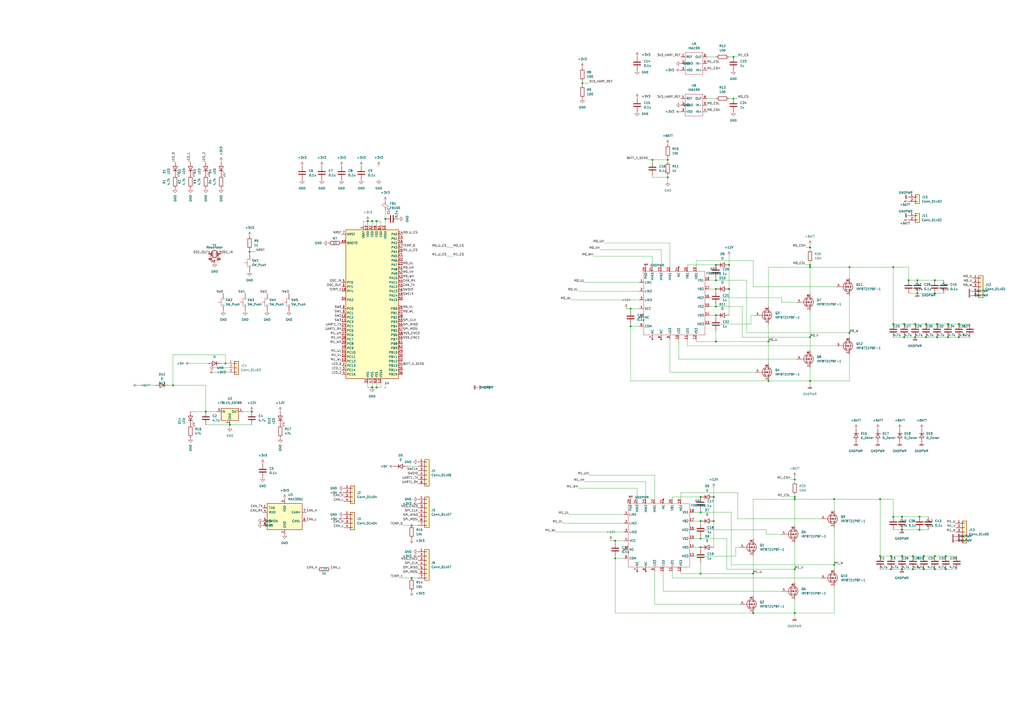
<source format=kicad_sch>
(kicad_sch (version 20211123) (generator eeschema)
  (paper "A2")
  (junction (at 510.54 322.58))
  (junction (at 365.76 179.07))
  (junction (at 542.29 322.58))
  (junction (at 238.76 335.28))
  (junction (at 523.24 299.72))
  (junction (at 337.82 48.26))
  (junction (at 387.35 102.87))
  (junction (at 215.9 224.79))
  (junction (at 532.13 170.18))
  (junction (at 516.89 330.2))
  (junction (at 542.29 330.2))
  (junction (at 387.35 92.71))
  (junction (at 542.29 162.56))
  (junction (at 238.76 304.8))
  (junction (at 518.16 299.72))
  (junction (at 415.29 167.64))
  (junction (at 406.4 312.42))
  (junction (at 537.21 187.96))
  (junction (at 530.86 187.96))
  (junction (at 518.16 154.94))
  (junction (at 436.88 332.74))
  (junction (at 461.01 289.56))
  (junction (at 130.81 210.82))
  (junction (at 218.44 224.79))
  (junction (at 469.9 220.98))
  (junction (at 223.52 127))
  (junction (at 415.29 177.8))
  (junction (at 414.02 288.29))
  (junction (at 445.77 198.12))
  (junction (at 415.29 162.56))
  (junction (at 516.89 322.58))
  (junction (at 527.05 162.56))
  (junction (at 100.33 223.52))
  (junction (at 543.56 195.58))
  (junction (at 524.51 187.96))
  (junction (at 461.01 278.13))
  (junction (at 548.64 322.58))
  (junction (at 549.91 187.96))
  (junction (at 529.59 330.2))
  (junction (at 535.94 330.2))
  (junction (at 436.88 355.6))
  (junction (at 406.4 288.29))
  (junction (at 469.9 154.94))
  (junction (at 543.56 187.96))
  (junction (at 532.13 162.56))
  (junction (at 492.76 193.04))
  (junction (at 215.9 128.27))
  (junction (at 549.91 195.58))
  (junction (at 523.24 307.34))
  (junction (at 533.4 307.34))
  (junction (at 422.91 153.67))
  (junction (at 548.64 330.2))
  (junction (at 529.59 322.58))
  (junction (at 356.87 323.85))
  (junction (at 537.21 195.58))
  (junction (at 469.9 195.58))
  (junction (at 133.35 246.38))
  (junction (at 406.4 317.5))
  (junction (at 533.4 299.72))
  (junction (at 461.01 355.6))
  (junction (at 378.46 92.71))
  (junction (at 146.05 238.76))
  (junction (at 445.77 220.98))
  (junction (at 530.86 195.58))
  (junction (at 213.36 128.27))
  (junction (at 469.9 143.51))
  (junction (at 461.01 288.29))
  (junction (at 218.44 128.27))
  (junction (at 535.94 322.58))
  (junction (at 492.76 154.94))
  (junction (at 422.91 167.64))
  (junction (at 556.26 187.96))
  (junction (at 542.29 170.18))
  (junction (at 406.4 302.26))
  (junction (at 510.54 289.56))
  (junction (at 523.24 330.2))
  (junction (at 406.4 297.18))
  (junction (at 415.29 198.12))
  (junction (at 406.4 332.74))
  (junction (at 469.9 153.67))
  (junction (at 356.87 313.69))
  (junction (at 425.45 33.02))
  (junction (at 414.02 302.26))
  (junction (at 425.45 57.15))
  (junction (at 144.78 146.05))
  (junction (at 415.29 153.67))
  (junction (at 523.24 322.58))
  (junction (at 415.29 182.88))
  (junction (at 556.26 195.58))
  (junction (at 461.01 330.2))
  (junction (at 365.76 189.23))
  (junction (at 483.87 289.56))
  (junction (at 483.87 327.66))
  (junction (at 518.16 187.96))
  (junction (at 524.51 195.58))
  (junction (at 119.38 238.76))
  (wire (pts (xy 548.64 322.58) (xy 554.99 322.58)))
  (wire (pts (xy 402.59 307.34) (xy 444.5 307.34)))
  (wire (pts (xy 518.16 187.96) (xy 524.51 187.96)))
  (wire (pts (xy 532.13 170.18) (xy 542.29 170.18)))
  (wire (pts (xy 469.9 142.24) (xy 469.9 143.51)))
  (wire (pts (xy 218.44 128.27) (xy 220.98 128.27)))
  (wire (pts (xy 492.76 220.98) (xy 492.76 205.74)))
  (wire (pts (xy 461.01 330.2) (xy 461.01 337.82)))
  (wire (pts (xy 393.7 208.28) (xy 462.28 208.28)))
  (wire (pts (xy 476.25 300.99) (xy 427.99 300.99)))
  (wire (pts (xy 133.35 246.38) (xy 133.35 247.65)))
  (wire (pts (xy 469.9 154.94) (xy 492.76 154.94)))
  (wire (pts (xy 410.21 33.02) (xy 415.29 33.02)))
  (wire (pts (xy 110.49 210.82) (xy 120.65 210.82)))
  (wire (pts (xy 421.64 312.42) (xy 421.64 330.2)))
  (wire (pts (xy 469.9 220.98) (xy 492.76 220.98)))
  (wire (pts (xy 379.73 331.47) (xy 379.73 350.52)))
  (wire (pts (xy 549.91 195.58) (xy 556.26 195.58)))
  (wire (pts (xy 411.48 187.96) (xy 435.61 187.96)))
  (wire (pts (xy 379.73 289.56) (xy 379.73 275.59)))
  (wire (pts (xy 469.9 143.51) (xy 469.9 144.78)))
  (wire (pts (xy 406.4 288.29) (xy 389.89 288.29)))
  (wire (pts (xy 411.48 162.56) (xy 415.29 162.56)))
  (wire (pts (xy 461.01 276.86) (xy 461.01 278.13)))
  (wire (pts (xy 80.01 223.52) (xy 90.17 223.52)))
  (wire (pts (xy 210.82 130.81) (xy 210.82 128.27)))
  (wire (pts (xy 436.88 151.13) (xy 403.86 151.13)))
  (wire (pts (xy 406.4 295.91) (xy 406.4 297.18)))
  (wire (pts (xy 223.52 127) (xy 223.52 130.81)))
  (wire (pts (xy 406.4 332.74) (xy 436.88 332.74)))
  (wire (pts (xy 510.54 330.2) (xy 516.89 330.2)))
  (wire (pts (xy 97.79 223.52) (xy 100.33 223.52)))
  (wire (pts (xy 144.78 146.05) (xy 148.59 146.05)))
  (wire (pts (xy 527.05 170.18) (xy 532.13 170.18)))
  (wire (pts (xy 445.77 220.98) (xy 469.9 220.98)))
  (wire (pts (xy 510.54 322.58) (xy 510.54 289.56)))
  (wire (pts (xy 370.84 168.91) (xy 335.28 168.91)))
  (wire (pts (xy 425.45 57.15) (xy 427.99 57.15)))
  (wire (pts (xy 133.35 246.38) (xy 146.05 246.38)))
  (wire (pts (xy 370.84 179.07) (xy 365.76 179.07)))
  (wire (pts (xy 427.99 300.99) (xy 427.99 285.75)))
  (wire (pts (xy 433.07 193.04) (xy 492.76 193.04)))
  (wire (pts (xy 414.02 302.26) (xy 414.02 317.5)))
  (wire (pts (xy 415.29 153.67) (xy 398.78 153.67)))
  (wire (pts (xy 461.01 287.02) (xy 461.01 288.29)))
  (wire (pts (xy 344.17 148.59) (xy 378.46 148.59)))
  (wire (pts (xy 406.4 302.26) (xy 406.4 303.53)))
  (wire (pts (xy 415.29 162.56) (xy 433.07 162.56)))
  (wire (pts (xy 140.97 238.76) (xy 146.05 238.76)))
  (wire (pts (xy 430.53 195.58) (xy 469.9 195.58)))
  (wire (pts (xy 406.4 297.18) (xy 424.18 297.18)))
  (wire (pts (xy 527.05 162.56) (xy 532.13 162.56)))
  (wire (pts (xy 387.35 91.44) (xy 387.35 92.71)))
  (wire (pts (xy 516.89 322.58) (xy 510.54 322.58)))
  (wire (pts (xy 398.78 153.67) (xy 398.78 154.94)))
  (wire (pts (xy 406.4 311.15) (xy 406.4 312.42)))
  (wire (pts (xy 119.38 238.76) (xy 125.73 238.76)))
  (wire (pts (xy 354.33 313.69) (xy 356.87 313.69)))
  (wire (pts (xy 436.88 166.37) (xy 436.88 151.13)))
  (wire (pts (xy 378.46 101.6) (xy 378.46 102.87)))
  (wire (pts (xy 469.9 153.67) (xy 469.9 154.94)))
  (wire (pts (xy 445.77 154.94) (xy 469.9 154.94)))
  (wire (pts (xy 128.27 210.82) (xy 130.81 210.82)))
  (wire (pts (xy 130.81 205.74) (xy 100.33 205.74)))
  (wire (pts (xy 215.9 128.27) (xy 215.9 130.81)))
  (wire (pts (xy 518.16 195.58) (xy 524.51 195.58)))
  (wire (pts (xy 361.95 313.69) (xy 356.87 313.69)))
  (wire (pts (xy 453.39 172.72) (xy 453.39 175.26)))
  (wire (pts (xy 356.87 322.58) (xy 356.87 323.85)))
  (wire (pts (xy 406.4 326.39) (xy 406.4 332.74)))
  (wire (pts (xy 436.88 322.58) (xy 436.88 332.74)))
  (wire (pts (xy 124.46 213.36) (xy 132.08 213.36)))
  (wire (pts (xy 518.16 307.34) (xy 523.24 307.34)))
  (wire (pts (xy 356.87 313.69) (xy 356.87 314.96)))
  (wire (pts (xy 259.08 148.59) (xy 262.89 148.59)))
  (wire (pts (xy 215.9 128.27) (xy 218.44 128.27)))
  (wire (pts (xy 410.21 57.15) (xy 415.29 57.15)))
  (wire (pts (xy 411.48 177.8) (xy 415.29 177.8)))
  (wire (pts (xy 422.91 148.59) (xy 422.91 153.67)))
  (wire (pts (xy 467.36 153.67) (xy 469.9 153.67)))
  (wire (pts (xy 533.4 299.72) (xy 538.48 299.72)))
  (wire (pts (xy 445.77 187.96) (xy 445.77 198.12)))
  (wire (pts (xy 523.24 322.58) (xy 516.89 322.58)))
  (wire (pts (xy 361.95 303.53) (xy 326.39 303.53)))
  (wire (pts (xy 403.86 196.85) (xy 403.86 198.12)))
  (wire (pts (xy 403.86 151.13) (xy 403.86 154.94)))
  (wire (pts (xy 414.02 288.29) (xy 414.02 302.26)))
  (wire (pts (xy 445.77 198.12) (xy 445.77 210.82)))
  (wire (pts (xy 356.87 355.6) (xy 356.87 323.85)))
  (wire (pts (xy 542.29 162.56) (xy 547.37 162.56)))
  (wire (pts (xy 259.08 143.51) (xy 262.89 143.51)))
  (wire (pts (xy 518.16 299.72) (xy 523.24 299.72)))
  (wire (pts (xy 518.16 154.94) (xy 527.05 154.94)))
  (wire (pts (xy 415.29 191.77) (xy 415.29 198.12)))
  (wire (pts (xy 425.45 33.02) (xy 427.99 33.02)))
  (wire (pts (xy 406.4 312.42) (xy 421.64 312.42)))
  (wire (pts (xy 402.59 302.26) (xy 406.4 302.26)))
  (wire (pts (xy 337.82 48.26) (xy 337.82 49.53)))
  (wire (pts (xy 530.86 195.58) (xy 537.21 195.58)))
  (wire (pts (xy 335.28 283.21) (xy 369.57 283.21)))
  (wire (pts (xy 213.36 128.27) (xy 215.9 128.27)))
  (wire (pts (xy 406.4 317.5) (xy 406.4 318.77)))
  (wire (pts (xy 233.68 335.28) (xy 238.76 335.28)))
  (wire (pts (xy 533.4 307.34) (xy 538.48 307.34)))
  (wire (pts (xy 444.5 309.88) (xy 453.39 309.88)))
  (wire (pts (xy 518.16 154.94) (xy 518.16 187.96)))
  (wire (pts (xy 424.18 327.66) (xy 483.87 327.66)))
  (wire (pts (xy 215.9 222.25) (xy 215.9 224.79)))
  (wire (pts (xy 218.44 224.79) (xy 220.98 224.79)))
  (wire (pts (xy 461.01 355.6) (xy 461.01 358.14)))
  (wire (pts (xy 415.29 182.88) (xy 415.29 184.15)))
  (wire (pts (xy 424.18 297.18) (xy 424.18 327.66)))
  (wire (pts (xy 374.65 289.56) (xy 374.65 279.4)))
  (wire (pts (xy 492.76 154.94) (xy 518.16 154.94)))
  (wire (pts (xy 542.29 170.18) (xy 547.37 170.18)))
  (wire (pts (xy 469.9 154.94) (xy 469.9 170.18)))
  (wire (pts (xy 422.91 57.15) (xy 425.45 57.15)))
  (wire (pts (xy 518.16 289.56) (xy 510.54 289.56)))
  (wire (pts (xy 444.5 307.34) (xy 444.5 309.88)))
  (wire (pts (xy 363.22 179.07) (xy 365.76 179.07)))
  (wire (pts (xy 378.46 92.71) (xy 387.35 92.71)))
  (wire (pts (xy 415.29 198.12) (xy 445.77 198.12)))
  (wire (pts (xy 543.56 195.58) (xy 549.91 195.58)))
  (wire (pts (xy 426.72 317.5) (xy 429.26 317.5)))
  (wire (pts (xy 411.48 167.64) (xy 415.29 167.64)))
  (wire (pts (xy 532.13 162.56) (xy 542.29 162.56)))
  (wire (pts (xy 213.36 222.25) (xy 213.36 224.79)))
  (wire (pts (xy 130.81 210.82) (xy 132.08 210.82)))
  (wire (pts (xy 238.76 335.28) (xy 242.57 335.28)))
  (wire (pts (xy 435.61 187.96) (xy 435.61 182.88)))
  (wire (pts (xy 124.46 215.9) (xy 132.08 215.9)))
  (wire (pts (xy 347.98 144.78) (xy 383.54 144.78)))
  (wire (pts (xy 369.57 289.56) (xy 369.57 283.21)))
  (wire (pts (xy 388.62 154.94) (xy 388.62 140.97)))
  (wire (pts (xy 388.62 215.9) (xy 438.15 215.9)))
  (wire (pts (xy 394.97 331.47) (xy 394.97 332.74)))
  (wire (pts (xy 415.29 167.64) (xy 415.29 168.91)))
  (wire (pts (xy 535.94 330.2) (xy 542.29 330.2)))
  (wire (pts (xy 414.02 283.21) (xy 414.02 288.29)))
  (wire (pts (xy 337.82 48.26) (xy 341.63 48.26)))
  (wire (pts (xy 537.21 195.58) (xy 543.56 195.58)))
  (wire (pts (xy 411.48 182.88) (xy 415.29 182.88)))
  (wire (pts (xy 421.64 330.2) (xy 461.01 330.2)))
  (wire (pts (xy 403.86 198.12) (xy 415.29 198.12)))
  (wire (pts (xy 530.86 187.96) (xy 537.21 187.96)))
  (wire (pts (xy 436.88 312.42) (xy 436.88 289.56)))
  (wire (pts (xy 529.59 322.58) (xy 535.94 322.58)))
  (wire (pts (xy 461.01 355.6) (xy 483.87 355.6)))
  (wire (pts (xy 337.82 46.99) (xy 337.82 48.26)))
  (wire (pts (xy 445.77 220.98) (xy 365.76 220.98)))
  (wire (pts (xy 375.92 92.71) (xy 378.46 92.71)))
  (wire (pts (xy 361.95 298.45) (xy 330.2 298.45)))
  (wire (pts (xy 422.91 167.64) (xy 422.91 182.88)))
  (wire (pts (xy 426.72 322.58) (xy 426.72 317.5)))
  (wire (pts (xy 469.9 213.36) (xy 469.9 220.98)))
  (wire (pts (xy 548.64 330.2) (xy 554.99 330.2)))
  (wire (pts (xy 461.01 278.13) (xy 461.01 279.4)))
  (wire (pts (xy 469.9 195.58) (xy 469.9 203.2)))
  (wire (pts (xy 223.52 121.92) (xy 223.52 127)))
  (wire (pts (xy 529.59 330.2) (xy 535.94 330.2)))
  (wire (pts (xy 388.62 196.85) (xy 388.62 215.9)))
  (wire (pts (xy 523.24 299.72) (xy 533.4 299.72)))
  (wire (pts (xy 384.81 331.47) (xy 384.81 342.9)))
  (wire (pts (xy 220.98 224.79) (xy 220.98 222.25)))
  (wire (pts (xy 483.87 306.07) (xy 483.87 327.66)))
  (wire (pts (xy 365.76 187.96) (xy 365.76 189.23)))
  (wire (pts (xy 427.99 285.75) (xy 394.97 285.75)))
  (wire (pts (xy 422.91 33.02) (xy 425.45 33.02)))
  (wire (pts (xy 461.01 347.98) (xy 461.01 355.6)))
  (wire (pts (xy 436.88 355.6) (xy 356.87 355.6)))
  (wire (pts (xy 100.33 205.74) (xy 100.33 223.52)))
  (wire (pts (xy 461.01 314.96) (xy 461.01 330.2)))
  (wire (pts (xy 119.38 246.38) (xy 133.35 246.38)))
  (wire (pts (xy 529.59 322.58) (xy 523.24 322.58)))
  (wire (pts (xy 549.91 187.96) (xy 556.26 187.96)))
  (wire (pts (xy 483.87 289.56) (xy 483.87 295.91)))
  (wire (pts (xy 483.87 355.6) (xy 483.87 340.36)))
  (wire (pts (xy 389.89 288.29) (xy 389.89 289.56)))
  (wire (pts (xy 144.78 146.05) (xy 144.78 147.32)))
  (wire (pts (xy 402.59 297.18) (xy 406.4 297.18)))
  (wire (pts (xy 402.59 322.58) (xy 426.72 322.58)))
  (wire (pts (xy 469.9 152.4) (xy 469.9 153.67)))
  (wire (pts (xy 492.76 193.04) (xy 492.76 195.58)))
  (wire (pts (xy 389.89 331.47) (xy 389.89 335.28)))
  (wire (pts (xy 469.9 220.98) (xy 469.9 223.52)))
  (wire (pts (xy 527.05 154.94) (xy 527.05 162.56)))
  (wire (pts (xy 485.14 166.37) (xy 436.88 166.37)))
  (wire (pts (xy 213.36 224.79) (xy 215.9 224.79)))
  (wire (pts (xy 542.29 322.58) (xy 548.64 322.58)))
  (wire (pts (xy 436.88 355.6) (xy 461.01 355.6)))
  (wire (pts (xy 542.29 330.2) (xy 548.64 330.2)))
  (wire (pts (xy 524.51 195.58) (xy 530.86 195.58)))
  (wire (pts (xy 210.82 128.27) (xy 213.36 128.27)))
  (wire (pts (xy 387.35 92.71) (xy 387.35 93.98)))
  (wire (pts (xy 365.76 189.23) (xy 370.84 189.23)))
  (wire (pts (xy 218.44 222.25) (xy 218.44 224.79)))
  (wire (pts (xy 365.76 220.98) (xy 365.76 189.23)))
  (wire (pts (xy 411.48 172.72) (xy 453.39 172.72)))
  (wire (pts (xy 543.56 187.96) (xy 549.91 187.96)))
  (wire (pts (xy 144.78 144.78) (xy 144.78 146.05)))
  (wire (pts (xy 119.38 238.76) (xy 119.38 223.52)))
  (wire (pts (xy 387.35 102.87) (xy 387.35 101.6)))
  (wire (pts (xy 236.22 270.51) (xy 242.57 270.51)))
  (wire (pts (xy 341.63 275.59) (xy 379.73 275.59)))
  (wire (pts (xy 398.78 200.66) (xy 485.14 200.66)))
  (wire (pts (xy 523.24 307.34) (xy 533.4 307.34)))
  (wire (pts (xy 378.46 102.87) (xy 387.35 102.87)))
  (wire (pts (xy 469.9 180.34) (xy 469.9 195.58)))
  (wire (pts (xy 402.59 317.5) (xy 406.4 317.5)))
  (wire (pts (xy 379.73 350.52) (xy 429.26 350.52)))
  (wire (pts (xy 430.53 177.8) (xy 430.53 195.58)))
  (wire (pts (xy 461.01 289.56) (xy 461.01 304.8)))
  (wire (pts (xy 483.87 327.66) (xy 483.87 330.2)))
  (wire (pts (xy 433.07 162.56) (xy 433.07 193.04)))
  (wire (pts (xy 233.68 304.8) (xy 238.76 304.8)))
  (wire (pts (xy 422.91 153.67) (xy 422.91 167.64)))
  (wire (pts (xy 461.01 289.56) (xy 483.87 289.56)))
  (wire (pts (xy 387.35 102.87) (xy 387.35 105.41)))
  (wire (pts (xy 370.84 163.83) (xy 339.09 163.83)))
  (wire (pts (xy 370.84 173.99) (xy 331.47 173.99)))
  (wire (pts (xy 492.76 171.45) (xy 492.76 193.04)))
  (wire (pts (xy 100.33 223.52) (xy 119.38 223.52)))
  (wire (pts (xy 213.36 128.27) (xy 213.36 130.81)))
  (wire (pts (xy 556.26 195.58) (xy 562.61 195.58)))
  (wire (pts (xy 524.51 187.96) (xy 530.86 187.96)))
  (wire (pts (xy 467.36 143.51) (xy 469.9 143.51)))
  (wire (pts (xy 110.49 238.76) (xy 119.38 238.76)))
  (wire (pts (xy 378.46 93.98) (xy 378.46 92.71)))
  (wire (pts (xy 389.89 335.28) (xy 476.25 335.28)))
  (wire (pts (xy 365.76 179.07) (xy 365.76 180.34)))
  (wire (pts (xy 535.94 322.58) (xy 542.29 322.58)))
  (wire (pts (xy 435.61 182.88) (xy 438.15 182.88)))
  (wire (pts (xy 218.44 128.27) (xy 218.44 130.81)))
  (wire (pts (xy 415.29 177.8) (xy 430.53 177.8)))
  (wire (pts (xy 356.87 323.85) (xy 361.95 323.85)))
  (wire (pts (xy 394.97 285.75) (xy 394.97 289.56)))
  (wire (pts (xy 220.98 128.27) (xy 220.98 130.81)))
  (wire (pts (xy 350.52 140.97) (xy 388.62 140.97)))
  (wire (pts (xy 215.9 224.79) (xy 218.44 224.79)))
  (wire (pts (xy 461.01 288.29) (xy 461.01 289.56)))
  (wire (pts (xy 415.29 176.53) (xy 415.29 177.8)))
  (wire (pts (xy 537.21 187.96) (xy 543.56 187.96)))
  (wire (pts (xy 518.16 299.72) (xy 518.16 289.56)))
  (wire (pts (xy 339.09 279.4) (xy 374.65 279.4)))
  (wire (pts (xy 436.88 332.74) (xy 436.88 345.44)))
  (wire (pts (xy 453.39 175.26) (xy 462.28 175.26)))
  (wire (pts (xy 394.97 332.74) (xy 406.4 332.74)))
  (wire (pts (xy 361.95 308.61) (xy 322.58 308.61)))
  (wire (pts (xy 458.47 278.13) (xy 461.01 278.13)))
  (wire (pts (xy 516.89 330.2) (xy 523.24 330.2)))
  (wire (pts (xy 378.46 154.94) (xy 378.46 148.59)))
  (wire (pts (xy 445.77 177.8) (xy 445.77 154.94)))
  (wire (pts (xy 130.81 205.74) (xy 130.81 210.82)))
  (wire (pts (xy 402.59 312.42) (xy 406.4 312.42)))
  (wire (pts (xy 393.7 196.85) (xy 393.7 208.28)))
  (wire (pts (xy 436.88 289.56) (xy 461.01 289.56)))
  (wire (pts (xy 384.81 342.9) (xy 453.39 342.9)))
  (wire (pts (xy 415.29 161.29) (xy 415.29 162.56)))
  (wire (pts (xy 523.24 330.2) (xy 529.59 330.2)))
  (wire (pts (xy 238.76 304.8) (xy 242.57 304.8)))
  (wire (pts (xy 398.78 196.85) (xy 398.78 200.66)))
  (wire (pts (xy 458.47 288.29) (xy 461.01 288.29)))
  (wire (pts (xy 556.26 187.96) (xy 562.61 187.96)))
  (wire (pts (xy 383.54 154.94) (xy 383.54 144.78)))
  (wire (pts (xy 492.76 154.94) (xy 492.76 161.29)))
  (wire (pts (xy 483.87 289.56) (xy 510.54 289.56)))
  (label "M1_UH" (at 341.63 275.59 180))
  (label "3V3_HARF_REF" (at 394.97 33.02 180))
  (label "M1_W" (at 483.87 327.66 0))
  (label "SWCLK" (at 242.57 273.05 180))
  (label "NSS_ENC0" (at 233.68 194.31 0))
  (label "SW2" (at 198.12 184.15 180))
  (label "SWDIO" (at 233.68 168.91 0))
  (label "M0_VL" (at 335.28 168.91 180))
  (label "LED_2" (at 119.38 93.98 90))
  (label "M0_WL" (at 233.68 181.61 0))
  (label "CAN_TX" (at 233.68 166.37 0))
  (label "M1_U" (at 436.88 332.74 0))
  (label "SPI_MOSI" (at 242.57 332.74 180))
  (label "SWDIO" (at 242.57 275.59 180))
  (label "M0_CSH" (at 467.36 143.51 180))
  (label "NSS_ENC1" (at 233.68 196.85 0))
  (label "M1_V" (at 461.01 330.2 0))
  (label "3V3_HARF_REF" (at 394.97 57.15 180))
  (label "OSC_OUT" (at 198.12 166.37 180))
  (label "M0_WH" (at 233.68 161.29 0))
  (label "BATT_V_SENS" (at 375.92 92.71 180))
  (label "3V3_HARF_REF" (at 341.63 48.26 0))
  (label "M0_UL" (at 339.09 163.83 180))
  (label "M0_WL" (at 331.47 173.99 180))
  (label "SW1" (at 198.12 181.61 180))
  (label "M0_W" (at 563.88 166.37 180))
  (label "CAN_L" (at 177.8 302.26 0))
  (label "SW3" (at 167.64 170.18 180))
  (label "M0_UH" (at 350.52 140.97 180))
  (label "LED_2" (at 198.12 217.17 180))
  (label "CAN_L" (at 191.77 330.2 0))
  (label "SPI_MISO" (at 233.68 189.23 0))
  (label "SW1" (at 142.24 170.18 180))
  (label "NRST" (at 148.59 146.05 0))
  (label "OSC_IN" (at 128.27 147.32 0))
  (label "M0_UL" (at 233.68 153.67 0))
  (label "M1_WL" (at 198.12 209.55 180))
  (label "M0_V" (at 563.88 163.83 180))
  (label "M0_CSL" (at 410.21 60.96 0))
  (label "M0_CSL" (at 467.36 153.67 180))
  (label "M0_U_CS" (at 259.08 143.51 180))
  (label "M0_U" (at 445.77 198.12 0))
  (label "M0_U" (at 563.88 161.29 180))
  (label "M1_VH" (at 198.12 196.85 180))
  (label "OSC_IN" (at 198.12 163.83 180))
  (label "M1_CSH" (at 410.21 40.64 0))
  (label "M1_VL" (at 198.12 207.01 180))
  (label "CAN_H" (at 199.39 288.29 180))
  (label "M0_UH" (at 233.68 156.21 0))
  (label "M0_VH" (at 233.68 158.75 0))
  (label "M1_U" (at 554.355 303.53 180))
  (label "CAN_H" (at 177.8 297.18 0))
  (label "M1_V" (at 554.355 306.07 180))
  (label "CAN_RX" (at 233.68 163.83 0))
  (label "TEMP_1" (at 198.12 168.91 180))
  (label "M0_VL" (at 233.68 179.07 0))
  (label "SPI_CLK" (at 242.57 297.18 180))
  (label "M0_W" (at 492.76 193.04 0))
  (label "M1_UL" (at 198.12 204.47 180))
  (label "UART1_RX" (at 198.12 191.77 180))
  (label "NRST" (at 198.12 135.89 180))
  (label "M0_VH" (at 347.98 144.78 180))
  (label "UART1_TX" (at 242.57 278.13 180))
  (label "LED_0" (at 101.6 93.98 90))
  (label "M0_WH" (at 344.17 148.59 180))
  (label "M1_UL" (at 330.2 298.45 180))
  (label "M1_VH" (at 339.09 279.4 180))
  (label "M1_W" (at 554.355 308.61 180))
  (label "CAN_L" (at 199.39 290.83 180))
  (label "SWCLK" (at 233.68 171.45 0))
  (label "NSS_ENC1" (at 242.57 325.12 180))
  (label "M1_CSL" (at 410.21 36.83 0))
  (label "OSC_OUT" (at 120.65 147.32 180))
  (label "LED_1" (at 198.12 214.63 180))
  (label "M0_CS" (at 427.99 57.15 0))
  (label "CAN_RX" (at 152.4 297.18 180))
  (label "SPI_MOSI" (at 233.68 191.77 0))
  (label "M1_CSH" (at 458.47 278.13 180))
  (label "SPI_MOSI" (at 242.57 302.26 180))
  (label "SPI_CLK" (at 242.57 327.66 180))
  (label "M1_WL" (at 322.58 308.61 180))
  (label "M0_CSH" (at 410.21 64.77 0))
  (label "NSS_ENC0" (at 242.57 294.64 180))
  (label "M1_CSL" (at 458.47 288.29 180))
  (label "SPI_MISO" (at 242.57 330.2 180))
  (label "M1_U_CS" (at 259.08 148.59 180))
  (label "UART1_TX" (at 198.12 189.23 180))
  (label "TEMP_0" (at 233.68 143.51 0))
  (label "M1_CS" (at 427.99 33.02 0))
  (label "TEMP_1" (at 233.68 335.28 180))
  (label "M0_U_CS" (at 233.68 135.89 0))
  (label "M1_WH" (at 198.12 199.39 180))
  (label "CAN_H" (at 184.15 330.2 180))
  (label "SW0" (at 198.12 179.07 180))
  (label "SW2" (at 154.94 170.18 180))
  (label "M1_U_CS" (at 233.68 146.05 0))
  (label "M1_VL" (at 326.39 303.53 180))
  (label "LED_0" (at 198.12 212.09 180))
  (label "UART1_RX" (at 242.57 280.67 180))
  (label "SW3" (at 198.12 186.69 180))
  (label "SPI_CLK" (at 233.68 186.69 0))
  (label "CAN_TX" (at 152.4 294.64 180))
  (label "CAN_H" (at 199.39 303.53 180))
  (label "BATT_V_SENS" (at 233.68 212.09 0))
  (label "SW0" (at 129.54 170.18 180))
  (label "SPI_MISO" (at 242.57 299.72 180))
  (label "M1_WH" (at 335.28 283.21 180))
  (label "M1_UH" (at 198.12 194.31 180))
  (label "LED_1" (at 110.49 93.98 90))
  (label "TEMP_0" (at 233.68 304.8 180))
  (label "CAN_L" (at 199.39 306.07 180))
  (label "M1_CS" (at 262.89 148.59 0))
  (label "M0_CS" (at 262.89 143.51 0))
  (label "M0_V" (at 469.9 195.58 0))
  (symbol (lib_id "power:GNDPWR") (at 532.13 170.18 0) (unit 1)
    (property "Reference" "#PWR076" (effects hide))
    (property "Value" "GNDPWR" (at 534.67 171.2467 0) (effects (justify left)))
  )
  (symbol (lib_id "Transistor_FET:IRF8721PBF-1") (at 458.47 342.9 0) (unit 1)
    (property "Reference" "Q6" (at 464.82 341.6299 0) (effects (justify left)))
    (property "Value" "IRF8721PBF-1" (at 464.82 344.1699 0) (effects (justify left)))
    (property "Footprint" "Package_TO_SOT_SMD:LFPAK56" (effects hide))
    (property "Datasheet" "http://www.irf.com/product-info/datasheets/data/irf8721pbf-1.pdf" (effects hide))
  )
  (symbol (lib_id "Device:C") (at 198.12 100.33 180) (unit 1)
    (property "Reference" "C8" (at 201.93 99.0599 0) (effects (justify right)))
    (property "Value" "0.1u" (at 201.93 101.5999 0) (effects (justify right)))
    (property "Footprint" "Capacitor_SMD:C_0402_1005Metric" (effects hide))
  )
  (symbol (lib_id "Device:D") (at 419.1 167.64 0) (unit 1)
    (property "Reference" "D10" (at 419.1 161.29 0))
    (property "Value" "D" (at 419.1 163.83 0))
    (property "Footprint" "Diode_SMD:D_0603_1608Metric" (effects hide))
  )
  (symbol (lib_id "power:+5V") (at 199.39 300.99 90) (unit 1)
    (property "Reference" "#PWR031" (effects hide))
    (property "Value" "+5V" (at 195.58 300.9899 90) (effects (justify left)))
  )
  (symbol (lib_id "Device:C") (at 518.16 303.53 180) (unit 1)
    (property "Reference" "C40" (at 521.97 302.2599 0) (effects (justify right)))
    (property "Value" "0.1u" (at 521.97 304.7999 0) (effects (justify right)))
    (property "Footprint" "Capacitor_SMD:C_0603_1608Metric" (effects hide))
  )
  (symbol (lib_id "Device:D_Zener") (at 496.57 252.73 270) (unit 1)
    (property "Reference" "D16" (at 499.11 251.4599 90) (effects (justify left)))
    (property "Value" "D_Zener" (at 499.11 253.9999 90) (effects (justify left)))
    (property "Footprint" "Diode_SMD:D_SMA" (effects hide))
  )
  (symbol (lib_id "power:+3.3V") (at 219.71 96.52 0) (unit 1)
    (property "Reference" "#PWR036" (effects hide))
    (property "Value" "+3.3V" (at 219.71 91.44 0))
  )
  (symbol (lib_id "power:+12V") (at 422.91 148.59 0) (unit 1)
    (property "Reference" "#PWR0112" (effects hide))
    (property "Value" "+12V" (at 422.91 143.51 0))
  )
  (symbol (lib_id "Device:D") (at 419.1 182.88 0) (unit 1)
    (property "Reference" "D11" (at 419.1 176.53 0))
    (property "Value" "D" (at 419.1 179.07 0))
    (property "Footprint" "Diode_SMD:D_0603_1608Metric" (effects hide))
  )
  (symbol (lib_id "Device:C") (at 415.29 172.72 180) (unit 1)
    (property "Reference" "C21" (at 419.1 171.4499 0) (effects (justify right)))
    (property "Value" "1u" (at 419.1 173.9899 0) (effects (justify right)))
    (property "Footprint" "Capacitor_SMD:C_0603_1608Metric" (effects hide))
  )
  (symbol (lib_id "Device:C") (at 516.89 326.39 0) (unit 1)
    (property "Reference" "C3" (at 516.89 323.85 0) (effects (justify left)))
    (property "Value" "4.7u" (at 516.89 328.93 0) (effects (justify left)))
    (property "Footprint" "Capacitor_SMD:C_1206_3216Metric" (effects hide))
  )
  (symbol (lib_id "power:GNDPWR") (at 496.57 256.54 0) (unit 1)
    (property "Reference" "#PWR013" (effects hide))
    (property "Value" "GNDPWR" (at 496.443 261.62 0))
  )
  (symbol (lib_id "Device:C") (at 425.45 60.96 180) (unit 1)
    (property "Reference" "C24" (at 429.26 59.6899 0) (effects (justify right)))
    (property "Value" "1u" (at 429.26 62.2299 0) (effects (justify right)))
    (property "Footprint" "Capacitor_SMD:C_0603_1608Metric" (effects hide))
  )
  (symbol (lib_id "power:+BATT") (at 80.01 223.52 90) (unit 1)
    (property "Reference" "#PWR09" (effects hide))
    (property "Value" "+BATT" (at 81.28 223.5199 90) (effects (justify right)))
  )
  (symbol (lib_id "Device:C") (at 175.26 100.33 180) (unit 1)
    (property "Reference" "C6" (at 179.07 99.0599 0) (effects (justify right)))
    (property "Value" "0.1u" (at 179.07 101.5999 0) (effects (justify right)))
    (property "Footprint" "Capacitor_SMD:C_0402_1005Metric" (effects hide))
  )
  (symbol (lib_id "Device:C") (at 556.26 191.77 0) (unit 1)
    (property "Reference" "C36" (at 556.26 189.23 0) (effects (justify left)))
    (property "Value" "4.7u" (at 556.26 194.31 0) (effects (justify left)))
    (property "Footprint" "Capacitor_SMD:C_1206_3216Metric" (effects hide))
  )
  (symbol (lib_id "power:GND") (at 142.24 180.34 0) (unit 1)
    (property "Reference" "#PWR080" (effects hide))
    (property "Value" "GND" (at 142.24 185.42 0))
  )
  (symbol (lib_id "Device:R") (at 238.76 339.09 0) (unit 1)
    (property "Reference" "R14" (at 241.3 337.8199 0) (effects (justify left)))
    (property "Value" "10k" (at 241.3 340.3599 0) (effects (justify left)))
    (property "Footprint" "Resistor_SMD:R_0603_1608Metric" (effects hide))
  )
  (symbol (lib_id "Device:R") (at 101.6 105.41 180) (unit 1)
    (property "Reference" "R1" (at 95.25 105.41 90))
    (property "Value" "4.7k" (at 97.79 105.41 90))
    (property "Footprint" "Resistor_SMD:R_0603_1608Metric" (effects hide))
  )
  (symbol (lib_id "Device:R") (at 419.1 33.02 270) (unit 1)
    (property "Reference" "R12" (at 419.1 26.67 90))
    (property "Value" "100" (at 419.1 29.21 90))
    (property "Footprint" "Resistor_SMD:R_0603_1608Metric" (effects hide))
  )
  (symbol (lib_id "Connector_Generic:Conn_01x05") (at 568.96 166.37 0) (unit 1)
    (property "Reference" "J12" (at 571.5 165.0999 0) (effects (justify left)))
    (property "Value" "Conn_01x05" (at 571.5 167.6399 0) (effects (justify left)))
    (property "Footprint" "user:2053380003" (effects hide))
  )
  (symbol (lib_id "power:GNDPWR") (at 276.86 224.79 270) (unit 1)
    (property "Reference" "#PWR0107" (effects hide))
    (property "Value" "GNDPWR" (at 278.13 224.6629 90) (effects (justify left)))
  )
  (symbol (lib_id "User:FD6288Q") (at 382.27 311.15 0) (unit 1)
    (property "Reference" "GD1" (at 405.13 290.6012 0))
    (property "Value" "FD6288Q" (at 405.13 293.1412 0))
    (property "Footprint" "user:QFN-24-1EP_4x4mm_P0.5mm_EP2.6x2.6mm_Thhole_v2" (effects hide))
  )
  (symbol (lib_id "Device:R") (at 119.38 105.41 180) (unit 1)
    (property "Reference" "R3" (at 113.03 105.41 90))
    (property "Value" "4.7k" (at 115.57 105.41 90))
    (property "Footprint" "Resistor_SMD:R_0603_1608Metric" (effects hide))
  )
  (symbol (lib_id "Transistor_FET:IRF8721PBF-1") (at 467.36 175.26 0) (unit 1)
    (property "Reference" "Q7" (at 473.71 173.9899 0) (effects (justify left)))
    (property "Value" "IRF8721PBF-1" (at 473.71 176.5299 0) (effects (justify left)))
    (property "Footprint" "Package_TO_SOT_SMD:LFPAK56" (effects hide))
    (property "Datasheet" "http://www.irf.com/product-info/datasheets/data/irf8721pbf-1.pdf" (effects hide))
  )
  (symbol (lib_id "Device:C") (at 542.29 326.39 0) (mirror y) (unit 1)
    (property "Reference" "C31" (at 542.29 323.85 0) (effects (justify left)))
    (property "Value" "4.7u" (at 542.29 328.93 0) (effects (justify left)))
    (property "Footprint" "Capacitor_SMD:C_1206_3216Metric" (effects hide))
  )
  (symbol (lib_id "power:GNDPWR") (at 521.97 256.54 0) (unit 1)
    (property "Reference" "#PWR063" (effects hide))
    (property "Value" "GNDPWR" (at 521.843 261.62 0))
  )
  (symbol (lib_id "Device:C") (at 547.37 166.37 180) (unit 1)
    (property "Reference" "C45" (at 551.18 165.1 0) (effects (justify right)))
    (property "Value" "0.1u" (at 551.18 167.64 0) (effects (justify right)))
    (property "Footprint" "Capacitor_SMD:C_0603_1608Metric" (effects hide))
  )
  (symbol (lib_id "power:GND") (at 394.97 60.96 270) (unit 1)
    (property "Reference" "#PWR058" (effects hide))
    (property "Value" "GND" (at 396.24 60.9599 90) (effects (justify left)))
  )
  (symbol (lib_id "Device:C") (at 378.46 97.79 180) (unit 1)
    (property "Reference" "C16" (at 382.27 96.5199 0) (effects (justify right)))
    (property "Value" "0.1u" (at 382.27 99.0599 0) (effects (justify right)))
    (property "Footprint" "Capacitor_SMD:C_0402_1005Metric" (effects hide))
  )
  (symbol (lib_name "FD6288Q_1") (lib_id "User:FD6288Q") (at 391.16 176.53 0) (unit 1)
    (property "Reference" "GD2" (at 414.02 155.9812 0))
    (property "Value" "FD6288Q" (at 414.02 158.5212 0))
    (property "Footprint" "user:QFN-24-1EP_4x4mm_P0.5mm_EP2.6x2.6mm_Thhole_v2" (effects hide))
  )
  (symbol (lib_id "power:+12V") (at 162.56 238.76 0) (unit 1)
    (property "Reference" "#PWR0110" (effects hide))
    (property "Value" "+12V" (at 162.56 233.68 0))
  )
  (symbol (lib_id "Device:C") (at 365.76 184.15 180) (unit 1)
    (property "Reference" "C13" (at 369.57 182.8799 0) (effects (justify right)))
    (property "Value" "0.1u" (at 369.57 185.4199 0) (effects (justify right)))
    (property "Footprint" "Capacitor_SMD:C_0603_1608Metric" (effects hide))
  )
  (symbol (lib_id "Device:C") (at 425.45 36.83 180) (unit 1)
    (property "Reference" "C23" (at 429.26 35.5599 0) (effects (justify right)))
    (property "Value" "1u" (at 429.26 38.0999 0) (effects (justify right)))
    (property "Footprint" "Capacitor_SMD:C_0603_1608Metric" (effects hide))
  )
  (symbol (lib_id "Device:C") (at 406.4 322.58 180) (unit 1)
    (property "Reference" "C19" (at 410.21 321.3099 0) (effects (justify right)))
    (property "Value" "1u" (at 410.21 323.8499 0) (effects (justify right)))
    (property "Footprint" "Capacitor_SMD:C_0603_1608Metric" (effects hide))
  )
  (symbol (lib_id "power:+BATT") (at 527.05 127.635 90) (unit 1)
    (property "Reference" "#PWR073" (effects hide))
    (property "Value" "+BATT" (at 521.97 129.54 90) (effects (justify right)))
  )
  (symbol (lib_id "power:GND") (at 175.26 104.14 0) (unit 1)
    (property "Reference" "#PWR022" (effects hide))
    (property "Value" "GND" (at 175.26 109.22 0))
  )
  (symbol (lib_id "power:GND") (at 242.57 267.97 270) (unit 1)
    (property "Reference" "#PWR041" (effects hide))
    (property "Value" "GND" (at 238.76 267.9699 90) (effects (justify right)))
  )
  (symbol (lib_id "power:GND") (at 231.14 127 90) (unit 1)
    (property "Reference" "#PWR040" (effects hide))
    (property "Value" "GND" (at 236.22 127 0))
  )
  (symbol (lib_id "Transistor_FET:IRF8721PBF-1") (at 443.23 182.88 0) (unit 1)
    (property "Reference" "Q3" (at 449.58 181.6099 0) (effects (justify left)))
    (property "Value" "IRF8721PBF-1" (at 449.58 184.1499 0) (effects (justify left)))
    (property "Footprint" "Package_TO_SOT_SMD:LFPAK56" (effects hide))
    (property "Datasheet" "http://www.irf.com/product-info/datasheets/data/irf8721pbf-1.pdf" (effects hide))
  )
  (symbol (lib_id "power:GND") (at 276.86 224.79 90) (unit 1)
    (property "Reference" "#PWR0108" (effects hide))
    (property "Value" "GND" (at 280.67 224.7899 90) (effects (justify right)))
  )
  (symbol (lib_id "Device:C") (at 527.05 166.37 180) (unit 1)
    (property "Reference" "C41" (at 530.86 165.0999 0) (effects (justify right)))
    (property "Value" "0.1u" (at 530.86 167.6399 0) (effects (justify right)))
    (property "Footprint" "Capacitor_SMD:C_0603_1608Metric" (effects hide))
  )
  (symbol (lib_id "Device:R") (at 337.82 53.34 0) (unit 1)
    (property "Reference" "R9" (at 340.36 52.0699 0) (effects (justify left)))
    (property "Value" "100" (at 340.36 54.6099 0) (effects (justify left)))
    (property "Footprint" "Resistor_SMD:R_0603_1608Metric" (effects hide))
  )
  (symbol (lib_id "Device:R") (at 419.1 57.15 270) (unit 1)
    (property "Reference" "R13" (at 419.1 50.8 90))
    (property "Value" "100" (at 419.1 53.34 90))
    (property "Footprint" "Resistor_SMD:R_0603_1608Metric" (effects hide))
  )
  (symbol (lib_id "power:+BATT") (at 509.27 248.92 0) (unit 1)
    (property "Reference" "#PWR048" (effects hide))
    (property "Value" "+BATT" (at 509.27 243.84 0))
  )
  (symbol (lib_id "power:+3.3V") (at 124.46 215.9 90) (unit 1)
    (property "Reference" "#PWR074" (effects hide))
    (property "Value" "+3.3V" (at 125.73 215.8999 90) (effects (justify right)))
  )
  (symbol (lib_id "Device:C") (at 532.13 166.37 180) (unit 1)
    (property "Reference" "C39" (at 535.94 165.0999 0) (effects (justify right)))
    (property "Value" "0.1u" (at 535.94 167.6399 0) (effects (justify right)))
    (property "Footprint" "Capacitor_SMD:C_0603_1608Metric" (effects hide))
  )
  (symbol (lib_id "power:+3.3V") (at 394.97 40.64 90) (unit 1)
    (property "Reference" "#PWR057" (effects hide))
    (property "Value" "+3.3V" (at 391.16 40.6399 90) (effects (justify left)))
  )
  (symbol (lib_id "Device:D_Zener") (at 509.27 252.73 270) (unit 1)
    (property "Reference" "D17" (at 511.81 251.4599 90) (effects (justify left)))
    (property "Value" "D_Zener" (at 511.81 253.9999 90) (effects (justify left)))
    (property "Footprint" "Diode_SMD:D_SMA" (effects hide))
  )
  (symbol (lib_id "power:GNDPWR") (at 523.24 330.2 0) (unit 1)
    (property "Reference" "#PWR066" (effects hide))
    (property "Value" "GNDPWR" (at 523.113 335.28 0))
  )
  (symbol (lib_id "Device:C") (at 146.05 242.57 180) (unit 1)
    (property "Reference" "C4" (at 149.86 241.2999 0) (effects (justify right)))
    (property "Value" "4.7u" (at 149.86 243.8399 0) (effects (justify right)))
    (property "Footprint" "Capacitor_SMD:C_1206_3216Metric" (effects hide))
  )
  (symbol (lib_id "power:+3.3V") (at 144.78 137.16 0) (unit 1)
    (property "Reference" "#PWR011" (effects hide))
    (property "Value" "+3.3V" (at 144.78 132.08 0))
  )
  (symbol (lib_id "power:+3.3V") (at 223.52 116.84 0) (unit 1)
    (property "Reference" "#PWR038" (effects hide))
    (property "Value" "+3.3V" (at 223.52 111.76 0))
  )
  (symbol (lib_id "power:+12V") (at 354.33 313.69 0) (unit 1)
    (property "Reference" "#PWR0109" (effects hide))
    (property "Value" "+12V" (at 354.33 308.61 0))
  )
  (symbol (lib_id "Device:D") (at 93.98 223.52 180) (unit 1)
    (property "Reference" "D12" (at 93.98 217.17 0))
    (property "Value" "D" (at 93.98 219.71 0))
    (property "Footprint" "Diode_SMD:D_0603_1608Metric" (effects hide))
  )
  (symbol (lib_id "Device:R") (at 387.35 97.79 0) (unit 1)
    (property "Reference" "R11" (at 389.89 96.5199 0) (effects (justify left)))
    (property "Value" "1k" (at 389.89 99.0599 0) (effects (justify left)))
    (property "Footprint" "Resistor_SMD:R_0603_1608Metric" (effects hide))
  )
  (symbol (lib_id "Device:C") (at 535.94 326.39 0) (mirror y) (unit 1)
    (property "Reference" "C10" (at 535.94 323.85 0) (effects (justify left)))
    (property "Value" "4.7u" (at 535.94 328.93 0) (effects (justify left)))
    (property "Footprint" "Capacitor_SMD:C_1206_3216Metric" (effects hide))
  )
  (symbol (lib_id "Device:R") (at 238.76 308.61 0) (unit 1)
    (property "Reference" "R15" (at 241.3 307.3399 0) (effects (justify left)))
    (property "Value" "10k" (at 241.3 309.8799 0) (effects (justify left)))
    (property "Footprint" "Resistor_SMD:R_0603_1608Metric" (effects hide))
  )
  (symbol (lib_id "Connector_Generic:Conn_01x02") (at 532.13 114.3 0) (unit 1)
    (property "Reference" "J15" (at 534.67 114.2999 0) (effects (justify left)))
    (property "Value" "Conn_01x02" (at 534.67 116.8399 0) (effects (justify left)))
    (property "Footprint" "Connector_AMASS:AMASS_XT30PW-F_1x02_P2.50mm_Horizontal" (effects hide))
  )
  (symbol (lib_id "power:+3.3V") (at 213.36 128.27 0) (unit 1)
    (property "Reference" "#PWR034" (effects hide))
    (property "Value" "+3.3V" (at 213.36 123.19 0))
  )
  (symbol (lib_id "Transistor_FET:IRF8721PBF-1") (at 434.34 317.5 0) (unit 1)
    (property "Reference" "Q1" (at 440.69 316.2299 0) (effects (justify left)))
    (property "Value" "IRF8721PBF-1" (at 440.69 318.7699 0) (effects (justify left)))
    (property "Footprint" "Package_TO_SOT_SMD:LFPAK56" (effects hide))
    (property "Datasheet" "http://www.irf.com/product-info/datasheets/data/irf8721pbf-1.pdf" (effects hide))
  )
  (symbol (lib_id "Device:C") (at 369.57 36.83 180) (unit 1)
    (property "Reference" "C14" (at 373.38 35.5599 0) (effects (justify right)))
    (property "Value" "0.1u" (at 373.38 38.0999 0) (effects (justify right)))
    (property "Footprint" "Capacitor_SMD:C_0402_1005Metric" (effects hide))
  )
  (symbol (lib_id "power:+3.3V") (at 152.4 269.24 0) (unit 1)
    (property "Reference" "#PWR015" (effects hide))
    (property "Value" "+3.3V" (at 152.4 264.16 0))
  )
  (symbol (lib_id "Device:C") (at 529.59 326.39 0) (unit 1)
    (property "Reference" "C28" (at 529.59 323.85 0) (effects (justify left)))
    (property "Value" "4.7u" (at 529.59 328.93 0) (effects (justify left)))
    (property "Footprint" "Capacitor_SMD:C_1206_3216Metric" (effects hide))
  )
  (symbol (lib_id "Device:C") (at 524.51 191.77 0) (unit 1)
    (property "Reference" "C27" (at 524.51 189.23 0) (effects (justify left)))
    (property "Value" "4.7u" (at 524.51 194.31 0) (effects (justify left)))
    (property "Footprint" "Capacitor_SMD:C_1206_3216Metric" (effects hide))
  )
  (symbol (lib_id "power:GNDPWR") (at 461.01 358.14 0) (unit 1)
    (property "Reference" "#PWR069" (effects hide))
    (property "Value" "GNDPWR" (at 460.883 363.22 0))
  )
  (symbol (lib_id "Transistor_FET:IRF8721PBF-1") (at 434.34 350.52 0) (unit 1)
    (property "Reference" "Q2" (at 440.69 349.2499 0) (effects (justify left)))
    (property "Value" "IRF8721PBF-1" (at 440.69 351.7899 0) (effects (justify left)))
    (property "Footprint" "Package_TO_SOT_SMD:LFPAK56" (effects hide))
    (property "Datasheet" "http://www.irf.com/product-info/datasheets/data/irf8721pbf-1.pdf" (effects hide))
  )
  (symbol (lib_id "Device:R") (at 469.9 148.59 0) (unit 1)
    (property "Reference" "R26" (at 472.44 147.3199 0) (effects (justify left)))
    (property "Value" "10m" (at 472.44 149.8599 0) (effects (justify left)))
    (property "Footprint" "Resistor_SMD:R_0815_2038Metric" (effects hide))
  )
  (symbol (lib_id "Device:D") (at 410.21 317.5 0) (unit 1)
    (property "Reference" "D8" (at 410.21 311.15 0))
    (property "Value" "D" (at 410.21 313.69 0))
    (property "Footprint" "Diode_SMD:D_0603_1608Metric" (effects hide))
  )
  (symbol (lib_id "Device:C") (at 227.33 127 270) (unit 1)
    (property "Reference" "C11" (at 225.425 124.46 0) (effects (justify right)))
    (property "Value" "0.1u" (at 229.87 126.365 0) (effects (justify right)))
    (property "Footprint" "Capacitor_SMD:C_0402_1005Metric" (effects hide))
  )
  (symbol (lib_id "power:GND") (at 369.57 64.77 0) (unit 1)
    (property "Reference" "#PWR053" (effects hide))
    (property "Value" "GND" (at 372.11 66.0399 0) (effects (justify left)))
  )
  (symbol (lib_id "power:+3.3V") (at 369.57 33.02 0) (unit 1)
    (property "Reference" "#PWR050" (effects hide))
    (property "Value" "+3.3V" (at 372.11 31.7499 0) (effects (justify left)))
  )
  (symbol (lib_id "power:+3.3V") (at 198.12 96.52 0) (unit 1)
    (property "Reference" "#PWR026" (effects hide))
    (property "Value" "+3.3V" (at 198.12 91.44 0))
  )
  (symbol (lib_id "power:GND") (at 101.6 109.22 0) (unit 1)
    (property "Reference" "#PWR01" (effects hide))
    (property "Value" "GND" (at 101.5999 113.03 90) (effects (justify right)))
  )
  (symbol (lib_id "power:GND") (at 129.54 180.34 0) (unit 1)
    (property "Reference" "#PWR079" (effects hide))
    (property "Value" "GND" (at 129.54 185.42 0))
  )
  (symbol (lib_id "Device:R") (at 110.49 105.41 180) (unit 1)
    (property "Reference" "R2" (at 104.14 105.41 90))
    (property "Value" "4.7k" (at 106.68 105.41 90))
    (property "Footprint" "Resistor_SMD:R_0603_1608Metric" (effects hide))
  )
  (symbol (lib_id "Switch:SW_Push") (at 154.94 175.26 90) (unit 1)
    (property "Reference" "SW4" (at 156.21 173.9899 90) (effects (justify right)))
    (property "Value" "SW_Push" (at 156.21 176.5299 90) (effects (justify right)))
    (property "Footprint" "Button_Switch_SMD:SW_Push_1P1T_NO_CK_KMR2" (effects hide))
  )
  (symbol (lib_id "power:GNDPWR") (at 527.05 114.3 270) (unit 1)
    (property "Reference" "#PWR083" (effects hide))
    (property "Value" "GNDPWR" (at 521.335 111.76 90) (effects (justify left)))
  )
  (symbol (lib_id "Switch:SW_Push") (at 129.54 175.26 90) (unit 1)
    (property "Reference" "SW2" (at 130.81 173.9899 90) (effects (justify right)))
    (property "Value" "SW_Push" (at 130.81 176.5299 90) (effects (justify right)))
    (property "Footprint" "Button_Switch_SMD:SW_Push_1P1T_NO_CK_KMR2" (effects hide))
  )
  (symbol (lib_id "power:+3.3V") (at 369.57 57.15 0) (unit 1)
    (property "Reference" "#PWR052" (effects hide))
    (property "Value" "+3.3V" (at 372.11 55.8799 0) (effects (justify left)))
  )
  (symbol (lib_id "Transistor_FET:IRF8721PBF-1") (at 490.22 200.66 0) (unit 1)
    (property "Reference" "Q12" (at 496.57 199.3899 0) (effects (justify left)))
    (property "Value" "IRF8721PBF-1" (at 496.57 201.9299 0) (effects (justify left)))
    (property "Footprint" "Package_TO_SOT_SMD:LFPAK56" (effects hide))
    (property "Datasheet" "http://www.irf.com/product-info/datasheets/data/irf8721pbf-1.pdf" (effects hide))
  )
  (symbol (lib_id "power:+3.3V") (at 242.57 292.1 90) (unit 1)
    (property "Reference" "#PWR043" (effects hide))
    (property "Value" "+3.3V" (at 238.76 292.0999 90) (effects (justify left)))
  )
  (symbol (lib_id "power:GND") (at 110.49 254 0) (unit 1)
    (property "Reference" "#PWR078" (effects hide))
    (property "Value" "GND" (at 110.4899 257.81 90) (effects (justify right)))
  )
  (symbol (lib_id "Device:C") (at 533.4 303.53 180) (unit 1)
    (property "Reference" "C42" (at 537.21 302.2599 0) (effects (justify right)))
    (property "Value" "0.1u" (at 537.21 304.7999 0) (effects (justify right)))
    (property "Footprint" "Capacitor_SMD:C_0603_1608Metric" (effects hide))
  )
  (symbol (lib_id "power:GNDPWR") (at 563.88 171.45 270) (unit 1)
    (property "Reference" "#PWR0104" (effects hide))
    (property "Value" "GNDPWR" (at 565.15 171.3229 90) (effects (justify left)))
  )
  (symbol (lib_id "Device:R") (at 187.96 330.2 90) (unit 1)
    (property "Reference" "R6" (at 187.96 332.74 90))
    (property "Value" "120" (at 187.96 330.2 90))
    (property "Footprint" "Resistor_SMD:R_0603_1608Metric" (effects hide))
  )
  (symbol (lib_id "Device:D") (at 410.21 302.26 0) (unit 1)
    (property "Reference" "D7" (at 410.21 295.91 0))
    (property "Value" "D" (at 410.21 298.45 0))
    (property "Footprint" "Diode_SMD:D_0603_1608Metric" (effects hide))
  )
  (symbol (lib_id "power:+12V") (at 414.02 283.21 0) (unit 1)
    (property "Reference" "#PWR0111" (effects hide))
    (property "Value" "+12V" (at 414.02 278.13 0))
  )
  (symbol (lib_id "Switch:SW_Push") (at 167.64 175.26 90) (unit 1)
    (property "Reference" "SW5" (at 168.91 173.9899 90) (effects (justify right)))
    (property "Value" "SW_Push" (at 168.91 176.5299 90) (effects (justify right)))
    (property "Footprint" "Button_Switch_SMD:SW_Push_1P1T_NO_CK_KMR2" (effects hide))
  )
  (symbol (lib_id "Device:C") (at 415.29 157.48 180) (unit 1)
    (property "Reference" "C20" (at 419.1 156.2099 0) (effects (justify right)))
    (property "Value" "1u" (at 419.1 158.7499 0) (effects (justify right)))
    (property "Footprint" "Capacitor_SMD:C_0603_1608Metric" (effects hide))
  )
  (symbol (lib_id "Device:D_Zener") (at 534.67 252.73 270) (unit 1)
    (property "Reference" "D19" (at 537.21 251.4599 90) (effects (justify left)))
    (property "Value" "D_Zener" (at 537.21 253.9999 90) (effects (justify left)))
    (property "Footprint" "Diode_SMD:D_SMA" (effects hide))
  )
  (symbol (lib_id "Device:Resonator") (at 124.46 147.32 0) (unit 1)
    (property "Reference" "Y1" (at 124.46 142.24 0))
    (property "Value" "Resonator" (at 124.46 143.51 0))
    (property "Footprint" "Crystal:Resonator_SMD_Murata_CSTxExxV-3Pin_3.0x1.1mm" (effects hide))
  )
  (symbol (lib_id "power:+BATT") (at 461.01 276.86 0) (unit 1)
    (property "Reference" "#PWR068" (effects hide))
    (property "Value" "+BATT" (at 461.01 271.78 0))
  )
  (symbol (lib_id "power:GND") (at 242.57 289.56 270) (unit 1)
    (property "Reference" "#PWR042" (effects hide))
    (property "Value" "GND" (at 238.76 289.5599 90) (effects (justify right)))
  )
  (symbol (lib_id "power:GND") (at 124.46 213.36 270) (unit 1)
    (property "Reference" "#PWR014" (effects hide))
    (property "Value" "GND" (at 125.73 213.3599 90) (effects (justify left)))
  )
  (symbol (lib_id "power:GND") (at 154.94 180.34 0) (unit 1)
    (property "Reference" "#PWR081" (effects hide))
    (property "Value" "GND" (at 154.94 185.42 0))
  )
  (symbol (lib_id "power:+3.3V") (at 165.1 289.56 0) (unit 1)
    (property "Reference" "#PWR019" (effects hide))
    (property "Value" "+3.3V" (at 165.1 284.48 0))
  )
  (symbol (lib_id "power:GND") (at 144.78 157.48 0) (unit 1)
    (property "Reference" "#PWR012" (effects hide))
    (property "Value" "GND" (at 144.78 162.56 0))
  )
  (symbol (lib_id "power:+BATT") (at 527.05 116.84 90) (unit 1)
    (property "Reference" "#PWR084" (effects hide))
    (property "Value" "+BATT" (at 521.97 118.745 90) (effects (justify right)))
  )
  (symbol (lib_id "Device:C") (at 152.4 273.05 180) (unit 1)
    (property "Reference" "C5" (at 156.21 271.7799 0) (effects (justify right)))
    (property "Value" "0.1u" (at 156.21 274.3199 0) (effects (justify right)))
    (property "Footprint" "Capacitor_SMD:C_0402_1005Metric" (effects hide))
  )
  (symbol (lib_id "power:+12V") (at 363.22 179.07 0) (unit 1)
    (property "Reference" "#PWR0113" (effects hide))
    (property "Value" "+12V" (at 363.22 173.99 0))
  )
  (symbol (lib_id "Device:LED") (at 110.49 242.57 90) (unit 1)
    (property "Reference" "D14" (at 104.14 244.1575 0))
    (property "Value" "LED" (at 106.68 244.1575 0))
    (property "Footprint" "LED_SMD:LED_0603_1608Metric" (effects hide))
  )
  (symbol (lib_id "power:GND") (at 124.46 152.4 0) (unit 1)
    (property "Reference" "#PWR06" (effects hide))
    (property "Value" "GND" (at 124.46 157.48 0))
  )
  (symbol (lib_id "Device:C") (at 530.86 191.77 0) (unit 1)
    (property "Reference" "C29" (at 530.86 189.23 0) (effects (justify left)))
    (property "Value" "4.7u" (at 530.86 194.31 0) (effects (justify left)))
    (property "Footprint" "Capacitor_SMD:C_1206_3216Metric" (effects hide))
  )
  (symbol (lib_id "Device:D") (at 410.21 288.29 0) (unit 1)
    (property "Reference" "D6" (at 410.21 281.94 0))
    (property "Value" "D" (at 410.21 284.48 0))
    (property "Footprint" "Diode_SMD:D_0603_1608Metric" (effects hide))
  )
  (symbol (lib_id "power:GND") (at 119.38 109.22 0) (unit 1)
    (property "Reference" "#PWR04" (effects hide))
    (property "Value" "GND" (at 119.3799 113.03 90) (effects (justify right)))
  )
  (symbol (lib_id "Device:C") (at 209.55 100.33 180) (unit 1)
    (property "Reference" "C9" (at 213.36 99.0599 0) (effects (justify right)))
    (property "Value" "0.1u" (at 213.36 101.5999 0) (effects (justify right)))
    (property "Footprint" "Capacitor_SMD:C_0402_1005Metric" (effects hide))
  )
  (symbol (lib_id "power:GNDPWR") (at 365.76 289.56 180) (unit 1)
    (property "Reference" "#PWR0101" (effects hide))
    (property "Value" "GNDPWR" (at 368.3 288.4931 0) (effects (justify right)))
  )
  (symbol (lib_id "power:+3.3V") (at 394.97 64.77 90) (unit 1)
    (property "Reference" "#PWR059" (effects hide))
    (property "Value" "+3.3V" (at 391.16 64.7699 90) (effects (justify left)))
  )
  (symbol (lib_id "power:GND") (at 337.82 57.15 0) (unit 1)
    (property "Reference" "#PWR047" (effects hide))
    (property "Value" "GND" (at 337.82 62.23 0))
  )
  (symbol (lib_id "Device:C") (at 415.29 187.96 180) (unit 1)
    (property "Reference" "C22" (at 419.1 186.6899 0) (effects (justify right)))
    (property "Value" "1u" (at 419.1 189.2299 0) (effects (justify right)))
    (property "Footprint" "Capacitor_SMD:C_0603_1608Metric" (effects hide))
  )
  (symbol (lib_id "power:+3.3V") (at 337.82 39.37 0) (unit 1)
    (property "Reference" "#PWR046" (effects hide))
    (property "Value" "+3.3V" (at 337.82 34.29 0))
  )
  (symbol (lib_id "Connector_Generic:Conn_01x06") (at 247.65 273.05 0) (unit 1)
    (property "Reference" "J4" (at 250.19 273.0499 0) (effects (justify left)))
    (property "Value" "Conn_01x06" (at 250.19 275.5899 0) (effects (justify left)))
    (property "Footprint" "user:ZH_B6B-ZR" (effects hide))
  )
  (symbol (lib_id "power:GNDPWR") (at 374.65 154.94 180) (unit 1)
    (property "Reference" "#PWR0102" (effects hide))
    (property "Value" "GNDPWR" (at 377.19 153.8731 0) (effects (justify right)))
  )
  (symbol (lib_id "power:GND") (at 162.56 254 0) (unit 1)
    (property "Reference" "#PWR086" (effects hide))
    (property "Value" "GND" (at 162.5599 257.81 90) (effects (justify right)))
  )
  (symbol (lib_id "power:GND") (at 209.55 104.14 0) (unit 1)
    (property "Reference" "#PWR033" (effects hide))
    (property "Value" "GND" (at 209.55 109.22 0))
  )
  (symbol (lib_id "MCU_ST_STM32F3:STM32F303RBTx") (at 215.9 176.53 0) (unit 1)
    (property "Reference" "U4" (at 222.9994 222.25 0) (effects (justify left)))
    (property "Value" "~" (at 222.9994 224.79 0) (effects (justify left)))
    (property "Footprint" "Package_QFP:LQFP-64_10x10mm_P0.5mm" (effects hide))
    (property "Datasheet" "http://www.st.com/st-web-ui/static/active/en/resource/technical/document/datasheet/DM00058181.pdf" (effects hide))
  )
  (symbol (lib_id "power:GNDPWR") (at 469.9 223.52 0) (unit 1)
    (property "Reference" "#PWR071" (effects hide))
    (property "Value" "GNDPWR" (at 469.773 228.6 0))
  )
  (symbol (lib_id "Device:R") (at 162.56 250.19 180) (unit 1)
    (property "Reference" "R17" (at 165.1 248.9199 0) (effects (justify right)))
    (property "Value" "47k" (at 165.1 251.4599 0) (effects (justify right)))
    (property "Footprint" "Resistor_SMD:R_0603_1608Metric" (effects hide))
  )
  (symbol (lib_id "power:GND") (at 167.64 180.34 0) (unit 1)
    (property "Reference" "#PWR082" (effects hide))
    (property "Value" "GND" (at 167.64 185.42 0))
  )
  (symbol (lib_id "power:GND") (at 199.39 283.21 270) (unit 1)
    (property "Reference" "#PWR028" (effects hide))
    (property "Value" "GND" (at 195.58 283.2099 90) (effects (justify right)))
  )
  (symbol (lib_id "power:GND") (at 110.49 109.22 0) (unit 1)
    (property "Reference" "#PWR02" (effects hide))
    (property "Value" "GND" (at 110.4899 113.03 90) (effects (justify right)))
  )
  (symbol (lib_id "Device:R") (at 337.82 43.18 0) (unit 1)
    (property "Reference" "R8" (at 340.36 41.9099 0) (effects (justify left)))
    (property "Value" "100" (at 340.36 44.4499 0) (effects (justify left)))
    (property "Footprint" "Resistor_SMD:R_0603_1608Metric" (effects hide))
  )
  (symbol (lib_id "power:GNDPWR") (at 554.355 313.69 270) (unit 1)
    (property "Reference" "#PWR0106" (effects hide))
    (property "Value" "GNDPWR" (at 555.625 313.5629 90) (effects (justify left)))
  )
  (symbol (lib_id "power:GNDPWR") (at 523.24 307.34 0) (unit 1)
    (property "Reference" "#PWR075" (effects hide))
    (property "Value" "GNDPWR" (at 523.113 312.42 0))
  )
  (symbol (lib_id "power:+3.3V") (at 238.76 342.9 180) (unit 1)
    (property "Reference" "#PWR062" (effects hide))
    (property "Value" "+3.3V" (at 241.0653 344.1699 0) (effects (justify right)))
  )
  (symbol (lib_id "Device:R") (at 110.49 250.19 180) (unit 1)
    (property "Reference" "R16" (at 113.03 248.9199 0) (effects (justify right)))
    (property "Value" "47k" (at 113.03 251.4599 0) (effects (justify right)))
    (property "Footprint" "Resistor_SMD:R_0603_1608Metric" (effects hide))
  )
  (symbol (lib_id "Device:C") (at 548.64 326.39 0) (mirror y) (unit 1)
    (property "Reference" "C33" (at 548.64 323.85 0) (effects (justify left)))
    (property "Value" "4.7u" (at 548.64 328.93 0) (effects (justify left)))
    (property "Footprint" "Capacitor_SMD:C_1206_3216Metric" (effects hide))
  )
  (symbol (lib_id "Connector_Generic:Conn_01x04") (at 204.47 300.99 0) (unit 1)
    (property "Reference" "J3" (at 207.01 300.9899 0) (effects (justify left)))
    (property "Value" "Conn_01x04" (at 207.01 303.5299 0) (effects (justify left)))
    (property "Footprint" "Connector_Hirose:Hirose_DF13-04P-1.25DSA_1x04_P1.25mm_Vertical" (effects hide))
  )
  (symbol (lib_id "Device:R") (at 461.01 283.21 0) (unit 1)
    (property "Reference" "R20" (at 463.55 281.9399 0) (effects (justify left)))
    (property "Value" "10m" (at 463.55 284.4799 0) (effects (justify left)))
    (property "Footprint" "Resistor_SMD:R_0815_2038Metric" (effects hide))
  )
  (symbol (lib_id "Connector_Generic:Conn_01x07") (at 247.65 327.66 0) (unit 1)
    (property "Reference" "J6" (at 250.19 326.3899 0) (effects (justify left)))
    (property "Value" "Conn_01x07" (at 250.19 328.9299 0) (effects (justify left)))
    (property "Footprint" "Connector_Hirose:Hirose_DF13-07P-1.25DSA_1x07_P1.25mm_Vertical" (effects hide))
  )
  (symbol (lib_id "power:GNDPWR") (at 554.355 311.15 270) (unit 1)
    (property "Reference" "#PWR0105" (effects hide))
    (property "Value" "GNDPWR" (at 555.625 311.0229 90) (effects (justify left)))
  )
  (symbol (lib_id "power:GNDPWR") (at 527.05 125.095 270) (unit 1)
    (property "Reference" "#PWR072" (effects hide))
    (property "Value" "GNDPWR" (at 521.335 122.555 90) (effects (justify left)))
  )
  (symbol (lib_id "Device:C") (at 186.69 100.33 180) (unit 1)
    (property "Reference" "C7" (at 190.5 99.0599 0) (effects (justify right)))
    (property "Value" "0.1u" (at 190.5 101.5999 0) (effects (justify right)))
    (property "Footprint" "Capacitor_SMD:C_0402_1005Metric" (effects hide))
  )
  (symbol (lib_id "Connector_Generic:Conn_01x03") (at 137.16 213.36 0) (unit 1)
    (property "Reference" "J14" (at 139.7 212.0899 0) (effects (justify left)))
    (property "Value" "Conn_01x03" (at 139.7 214.6299 0) (effects (justify left)))
    (property "Footprint" "Connector_PinHeader_2.54mm:PinHeader_1x03_P2.54mm_Horizontal" (effects hide))
  )
  (symbol (lib_id "power:GND") (at 165.1 309.88 0) (unit 1)
    (property "Reference" "#PWR020" (effects hide))
    (property "Value" "GND" (at 165.1 314.96 0))
  )
  (symbol (lib_id "Connector_Generic:Conn_01x04") (at 204.47 285.75 0) (unit 1)
    (property "Reference" "J2" (at 207.01 285.7499 0) (effects (justify left)))
    (property "Value" "Conn_01x04" (at 207.01 288.2899 0) (effects (justify left)))
    (property "Footprint" "Connector_Hirose:Hirose_DF13-04P-1.25DSA_1x04_P1.25mm_Vertical" (effects hide))
  )
  (symbol (lib_id "Device:D") (at 124.46 210.82 180) (unit 1)
    (property "Reference" "D13" (at 93.98 222.25 0))
    (property "Value" "D" (at 124.46 207.01 0))
    (property "Footprint" "Diode_SMD:D_0603_1608Metric" (effects hide))
  )
  (symbol (lib_id "power:+3.3V") (at 128.27 93.98 0) (unit 1)
    (property "Reference" "#PWR07" (effects hide))
    (property "Value" "+3.3V" (at 128.2699 90.17 90) (effects (justify left)))
  )
  (symbol (lib_id "power:GND") (at 219.71 104.14 0) (unit 1)
    (property "Reference" "#PWR037" (effects hide))
    (property "Value" "GND" (at 219.71 109.22 0))
  )
  (symbol (lib_id "power:GND") (at 186.69 104.14 0) (unit 1)
    (property "Reference" "#PWR024" (effects hide))
    (property "Value" "GND" (at 186.69 109.22 0))
  )
  (symbol (lib_id "Device:C") (at 538.48 303.53 180) (unit 1)
    (property "Reference" "C43" (at 542.29 302.2599 0) (effects (justify right)))
    (property "Value" "0.1u" (at 542.29 304.7999 0) (effects (justify right)))
    (property "Footprint" "Capacitor_SMD:C_0603_1608Metric" (effects hide))
  )
  (symbol (lib_id "Device:FerriteBead_Small") (at 223.52 119.38 0) (unit 1)
    (property "Reference" "FB1" (at 226.06 118.0718 0) (effects (justify left)))
    (property "Value" "FB100" (at 226.06 120.6118 0) (effects (justify left)))
    (property "Footprint" "Resistor_SMD:R_0603_1608Metric" (effects hide))
  )
  (symbol (lib_id "power:GND") (at 369.57 40.64 0) (unit 1)
    (property "Reference" "#PWR051" (effects hide))
    (property "Value" "GND" (at 372.11 41.9099 0) (effects (justify left)))
  )
  (symbol (lib_id "Device:C") (at 523.24 326.39 0) (unit 1)
    (property "Reference" "C26" (at 523.24 323.85 0) (effects (justify left)))
    (property "Value" "4.7u" (at 523.24 328.93 0) (effects (justify left)))
    (property "Footprint" "Capacitor_SMD:C_1206_3216Metric" (effects hide))
  )
  (symbol (lib_id "Device:R") (at 128.27 105.41 180) (unit 1)
    (property "Reference" "R4" (at 121.92 105.41 90))
    (property "Value" "4.7k" (at 124.46 105.41 90))
    (property "Footprint" "Resistor_SMD:R_0603_1608Metric" (effects hide))
  )
  (symbol (lib_id "power:+BATT") (at 469.9 142.24 0) (unit 1)
    (property "Reference" "#PWR070" (effects hide))
    (property "Value" "+BATT" (at 469.9 137.16 0))
  )
  (symbol (lib_id "power:GND") (at 190.5 140.97 270) (unit 1)
    (property "Reference" "#PWR025" (effects hide))
    (property "Value" "GND" (at 186.69 140.9699 90) (effects (justify right)))
  )
  (symbol (lib_id "Transistor_FET:IRF8721PBF-1") (at 467.36 208.28 0) (unit 1)
    (property "Reference" "Q8" (at 473.71 207.0099 0) (effects (justify left)))
    (property "Value" "IRF8721PBF-1" (at 473.71 209.5499 0) (effects (justify left)))
    (property "Footprint" "Package_TO_SOT_SMD:LFPAK56" (effects hide))
    (property "Datasheet" "http://www.irf.com/product-info/datasheets/data/irf8721pbf-1.pdf" (effects hide))
  )
  (symbol (lib_id "Device:C") (at 510.54 326.39 0) (unit 1)
    (property "Reference" "C1" (at 510.54 323.85 0) (effects (justify left)))
    (property "Value" "4.7u" (at 510.54 328.93 0) (effects (justify left)))
    (property "Footprint" "Capacitor_SMD:C_1206_3216Metric" (effects hide))
  )
  (symbol (lib_id "Device:C") (at 549.91 191.77 0) (unit 1)
    (property "Reference" "C34" (at 549.91 189.23 0) (effects (justify left)))
    (property "Value" "4.7u" (at 549.91 194.31 0) (effects (justify left)))
    (property "Footprint" "Capacitor_SMD:C_1206_3216Metric" (effects hide))
  )
  (symbol (lib_id "Device:C") (at 542.29 166.37 180) (unit 1)
    (property "Reference" "C44" (at 546.1 165.0999 0) (effects (justify right)))
    (property "Value" "0.1u" (at 546.1 167.6399 0) (effects (justify right)))
    (property "Footprint" "Capacitor_SMD:C_0603_1608Metric" (effects hide))
  )
  (symbol (lib_id "power:GND") (at 425.45 40.64 0) (unit 1)
    (property "Reference" "#PWR064" (effects hide))
    (property "Value" "GND" (at 425.45 45.72 0))
  )
  (symbol (lib_id "Switch:SW_Push") (at 142.24 175.26 90) (unit 1)
    (property "Reference" "SW3" (at 143.51 173.9899 90) (effects (justify right)))
    (property "Value" "SW_Push" (at 143.51 176.5299 90) (effects (justify right)))
    (property "Footprint" "Button_Switch_SMD:SW_Push_1P1T_NO_CK_KMR2" (effects hide))
  )
  (symbol (lib_id "power:+3.3V") (at 175.26 96.52 0) (unit 1)
    (property "Reference" "#PWR021" (effects hide))
    (property "Value" "+3.3V" (at 175.26 91.44 0))
  )
  (symbol (lib_id "User:INA199") (at 402.59 60.96 0) (unit 1)
    (property "Reference" "U6" (at 402.59 49.53 0))
    (property "Value" "INA199" (at 402.59 52.07 0))
    (property "Footprint" "Package_TO_SOT_SMD:SOT-363_SC-70-6" (effects hide))
  )
  (symbol (lib_id "power:GND") (at 199.39 298.45 270) (unit 1)
    (property "Reference" "#PWR030" (effects hide))
    (property "Value" "GND" (at 195.58 298.4499 90) (effects (justify right)))
  )
  (symbol (lib_id "Device:R") (at 194.31 140.97 90) (unit 1)
    (property "Reference" "R7" (at 194.31 138.43 90))
    (property "Value" "1k" (at 194.31 140.97 90))
    (property "Footprint" "Resistor_SMD:R_0603_1608Metric" (effects hide))
  )
  (symbol (lib_id "power:GND") (at 215.9 224.79 0) (unit 1)
    (property "Reference" "#PWR035" (effects hide))
    (property "Value" "GND" (at 215.9 229.87 0))
  )
  (symbol (lib_id "Device:C") (at 562.61 191.77 0) (mirror y) (unit 1)
    (property "Reference" "C37" (at 562.61 189.23 0) (effects (justify left)))
    (property "Value" "4.7u" (at 562.61 194.31 0) (effects (justify left)))
    (property "Footprint" "Capacitor_SMD:C_1206_3216Metric" (effects hide))
  )
  (symbol (lib_id "power:GND") (at 128.27 109.22 0) (unit 1)
    (property "Reference" "#PWR08" (effects hide))
    (property "Value" "GND" (at 128.2699 113.03 90) (effects (justify right)))
  )
  (symbol (lib_id "power:GNDPWR") (at 509.27 256.54 0) (unit 1)
    (property "Reference" "#PWR049" (effects hide))
    (property "Value" "GNDPWR" (at 509.143 261.62 0))
  )
  (symbol (lib_id "Regulator_Linear:L78L15_SOT89") (at 133.35 238.76 0) (unit 1)
    (property "Reference" "U2" (at 133.35 231.14 0))
    (property "Value" "L78L15_SOT89" (at 133.35 233.68 0))
    (property "Footprint" "Package_TO_SOT_SMD:SOT-89-3" (effects hide))
    (property "Datasheet" "http://www.st.com/content/ccc/resource/technical/document/datasheet/15/55/e5/aa/23/5b/43/fd/CD00000446.pdf/files/CD00000446.pdf/jcr:content/translations/en.CD00000446.pdf" (effects hide))
  )
  (symbol (lib_id "Device:R") (at 144.78 140.97 180) (unit 1)
    (property "Reference" "R5" (at 147.32 139.6999 0) (effects (justify right)))
    (property "Value" "1k" (at 147.32 142.2399 0) (effects (justify right)))
    (property "Footprint" "Resistor_SMD:R_0603_1608Metric" (effects hide))
  )
  (symbol (lib_id "Device:C") (at 537.21 191.77 0) (unit 1)
    (property "Reference" "C30" (at 537.21 189.23 0) (effects (justify left)))
    (property "Value" "4.7u" (at 537.21 194.31 0) (effects (justify left)))
    (property "Footprint" "Capacitor_SMD:C_1206_3216Metric" (effects hide))
  )
  (symbol (lib_id "power:+BATT") (at 534.67 248.92 0) (unit 1)
    (property "Reference" "#PWR077" (effects hide))
    (property "Value" "+BATT" (at 534.67 243.84 0))
  )
  (symbol (lib_id "power:GND") (at 394.97 36.83 270) (unit 1)
    (property "Reference" "#PWR056" (effects hide))
    (property "Value" "GND" (at 396.24 36.8299 90) (effects (justify left)))
  )
  (symbol (lib_id "power:GNDPWR") (at 530.86 195.58 0) (unit 1)
    (property "Reference" "#PWR067" (effects hide))
    (property "Value" "GNDPWR" (at 530.733 200.66 0))
  )
  (symbol (lib_id "power:+3.3V") (at 238.76 312.42 180) (unit 1)
    (property "Reference" "#PWR061" (effects hide))
    (property "Value" "+3.3V" (at 241.0653 313.6899 0) (effects (justify right)))
  )
  (symbol (lib_id "Device:C") (at 406.4 307.34 180) (unit 1)
    (property "Reference" "C18" (at 410.21 306.0699 0) (effects (justify right)))
    (property "Value" "1u" (at 410.21 308.6099 0) (effects (justify right)))
    (property "Footprint" "Capacitor_SMD:C_0603_1608Metric" (effects hide))
  )
  (symbol (lib_id "power:+5V") (at 228.6 270.51 90) (unit 1)
    (property "Reference" "#PWR039" (effects hide))
    (property "Value" "+5V" (at 224.79 270.5099 90) (effects (justify left)))
  )
  (symbol (lib_id "Device:LED") (at 110.49 97.79 90) (unit 1)
    (property "Reference" "D2" (at 104.14 99.3775 0))
    (property "Value" "LED" (at 106.68 99.3775 0))
    (property "Footprint" "LED_SMD:LED_0603_1608Metric" (effects hide))
  )
  (symbol (lib_id "Transistor_FET:IRF8721PBF-1") (at 481.33 335.28 0) (unit 1)
    (property "Reference" "Q10" (at 487.68 334.0099 0) (effects (justify left)))
    (property "Value" "IRF8721PBF-1" (at 487.68 336.5499 0) (effects (justify left)))
    (property "Footprint" "Package_TO_SOT_SMD:LFPAK56" (effects hide))
    (property "Datasheet" "http://www.irf.com/product-info/datasheets/data/irf8721pbf-1.pdf" (effects hide))
  )
  (symbol (lib_id "power:+BATT") (at 387.35 83.82 0) (unit 1)
    (property "Reference" "#PWR054" (effects hide))
    (property "Value" "+BATT" (at 387.35 78.74 0))
  )
  (symbol (lib_id "Connector_Generic:Conn_01x05") (at 559.435 308.61 0) (unit 1)
    (property "Reference" "J13" (at 561.975 307.3399 0) (effects (justify left)))
    (property "Value" "Conn_01x05" (at 561.975 309.8799 0) (effects (justify left)))
    (property "Footprint" "user:2053380003" (effects hide))
  )
  (symbol (lib_id "User:INA199") (at 402.59 36.83 0) (unit 1)
    (property "Reference" "U5" (at 402.59 25.4 0))
    (property "Value" "INA199" (at 402.59 27.94 0))
    (property "Footprint" "Package_TO_SOT_SMD:SOT-363_SC-70-6" (effects hide))
  )
  (symbol (lib_id "Device:C") (at 356.87 318.77 180) (unit 1)
    (property "Reference" "C12" (at 360.68 317.4999 0) (effects (justify right)))
    (property "Value" "0.1u" (at 360.68 320.0399 0) (effects (justify right)))
    (property "Footprint" "Capacitor_SMD:C_0603_1608Metric" (effects hide))
  )
  (symbol (lib_id "power:GNDPWR") (at 563.88 168.91 270) (unit 1)
    (property "Reference" "#PWR0103" (effects hide))
    (property "Value" "GNDPWR" (at 565.15 168.7829 90) (effects (justify left)))
  )
  (symbol (lib_id "Transistor_FET:IRF8721PBF-1") (at 458.47 309.88 0) (unit 1)
    (property "Reference" "Q5" (at 464.82 308.6099 0) (effects (justify left)))
    (property "Value" "IRF8721PBF-1" (at 464.82 311.1499 0) (effects (justify left)))
    (property "Footprint" "Package_TO_SOT_SMD:LFPAK56" (effects hide))
    (property "Datasheet" "http://www.irf.com/product-info/datasheets/data/irf8721pbf-1.pdf" (effects hide))
  )
  (symbol (lib_id "power:+5V") (at 199.39 285.75 90) (unit 1)
    (property "Reference" "#PWR029" (effects hide))
    (property "Value" "+5V" (at 195.58 285.7499 90) (effects (justify left)))
  )
  (symbol (lib_id "Device:LED") (at 128.27 97.79 90) (unit 1)
    (property "Reference" "D4" (at 121.92 99.3775 0))
    (property "Value" "LED" (at 124.46 99.3775 0))
    (property "Footprint" "LED_SMD:LED_0603_1608Metric" (effects hide))
  )
  (symbol (lib_id "Device:LED") (at 162.56 242.57 90) (unit 1)
    (property "Reference" "D15" (at 156.21 244.1575 0))
    (property "Value" "LED" (at 158.75 244.1575 0))
    (property "Footprint" "LED_SMD:LED_0603_1608Metric" (effects hide))
  )
  (symbol (lib_id "power:GND") (at 198.12 104.14 0) (unit 1)
    (property "Reference" "#PWR027" (effects hide))
    (property "Value" "GND" (at 198.12 109.22 0))
  )
  (symbol (lib_id "Device:C") (at 543.56 191.77 0) (unit 1)
    (property "Reference" "C32" (at 543.56 189.23 0) (effects (justify left)))
    (property "Value" "4.7u" (at 543.56 194.31 0) (effects (justify left)))
    (property "Footprint" "Capacitor_SMD:C_1206_3216Metric" (effects hide))
  )
  (symbol (lib_id "power:+3.3V") (at 209.55 96.52 0) (unit 1)
    (property "Reference" "#PWR032" (effects hide))
    (property "Value" "+3.3V" (at 209.55 91.44 0))
  )
  (symbol (lib_id "Device:C") (at 119.38 242.57 180) (unit 1)
    (property "Reference" "C2" (at 123.19 241.2999 0) (effects (justify right)))
    (property "Value" "4.7u" (at 123.19 243.8399 0) (effects (justify right)))
    (property "Footprint" "Capacitor_SMD:C_1206_3216Metric" (effects hide))
  )
  (symbol (lib_id "Device:R") (at 387.35 87.63 0) (unit 1)
    (property "Reference" "R10" (at 389.89 86.3599 0) (effects (justify left)))
    (property "Value" "10k" (at 389.89 88.8999 0) (effects (justify left)))
    (property "Footprint" "Resistor_SMD:R_0603_1608Metric" (effects hide))
  )
  (symbol (lib_id "Device:LED") (at 101.6 97.79 90) (unit 1)
    (property "Reference" "D1" (at 95.25 99.3775 0))
    (property "Value" "LED" (at 97.79 99.3775 0))
    (property "Footprint" "LED_SMD:LED_0603_1608Metric" (effects hide))
  )
  (symbol (lib_id "Device:D") (at 232.41 270.51 0) (unit 1)
    (property "Reference" "D5" (at 232.41 264.16 0))
    (property "Value" "D" (at 232.41 266.7 0))
    (property "Footprint" "Diode_SMD:D_0603_1608Metric" (effects hide))
  )
  (symbol (lib_id "power:GND") (at 242.57 320.04 270) (unit 1)
    (property "Reference" "#PWR044" (effects hide))
    (property "Value" "GND" (at 238.76 320.0399 90) (effects (justify right)))
  )
  (symbol (lib_id "power:GND") (at 133.35 247.65 0) (unit 1)
    (property "Reference" "#PWR010" (effects hide))
    (property "Value" "GND" (at 133.35 252.73 0))
  )
  (symbol (lib_id "power:+BATT") (at 521.97 248.92 0) (unit 1)
    (property "Reference" "#PWR060" (effects hide))
    (property "Value" "+BATT" (at 521.97 243.84 0))
  )
  (symbol (lib_id "Device:C") (at 523.24 303.53 180) (unit 1)
    (property "Reference" "C38" (at 527.05 302.2599 0) (effects (justify right)))
    (property "Value" "0.1u" (at 527.05 304.7999 0) (effects (justify right)))
    (property "Footprint" "Capacitor_SMD:C_0603_1608Metric" (effects hide))
  )
  (symbol (lib_id "power:GND") (at 425.45 64.77 0) (unit 1)
    (property "Reference" "#PWR065" (effects hide))
    (property "Value" "GND" (at 425.45 69.85 0))
  )
  (symbol (lib_id "Transistor_FET:IRF8721PBF-1") (at 443.23 215.9 0) (unit 1)
    (property "Reference" "Q4" (at 449.58 214.6299 0) (effects (justify left)))
    (property "Value" "IRF8721PBF-1" (at 449.58 217.1699 0) (effects (justify left)))
    (property "Footprint" "Package_TO_SOT_SMD:LFPAK56" (effects hide))
    (property "Datasheet" "http://www.irf.com/product-info/datasheets/data/irf8721pbf-1.pdf" (effects hide))
  )
  (symbol (lib_id "Connector_Generic:Conn_01x07") (at 247.65 297.18 0) (unit 1)
    (property "Reference" "J5" (at 250.19 295.9099 0) (effects (justify left)))
    (property "Value" "Conn_01x07" (at 250.19 298.4499 0) (effects (justify left)))
    (property "Footprint" "Connector_Hirose:Hirose_DF13-07P-1.25DSA_1x07_P1.25mm_Vertical" (effects hide))
  )
  (symbol (lib_id "power:+3.3V") (at 242.57 322.58 90) (unit 1)
    (property "Reference" "#PWR045" (effects hide))
    (property "Value" "+3.3V" (at 238.76 322.5799 90) (effects (justify left)))
  )
  (symbol (lib_id "Device:C") (at 554.99 326.39 0) (mirror y) (unit 1)
    (property "Reference" "C35" (at 554.99 323.85 0) (effects (justify left)))
    (property "Value" "4.7u" (at 554.99 328.93 0) (effects (justify left)))
    (property "Footprint" "Capacitor_SMD:C_1206_3216Metric" (effects hide))
  )
  (symbol (lib_id "power:+BATT") (at 496.57 248.92 0) (unit 1)
    (property "Reference" "#PWR05" (effects hide))
    (property "Value" "+BATT" (at 496.57 243.84 0))
  )
  (symbol (lib_id "Device:LED") (at 119.38 97.79 90) (unit 1)
    (property "Reference" "D3" (at 113.03 99.3775 0))
    (property "Value" "LED" (at 115.57 99.3775 0))
    (property "Footprint" "LED_SMD:LED_0603_1608Metric" (effects hide))
  )
  (symbol (lib_id "Interface_UART:MAX3051") (at 165.1 299.72 0) (unit 1)
    (property "Reference" "U3" (at 167.1194 287.02 0) (effects (justify left)))
    (property "Value" "MAX3051" (at 167.1194 289.56 0) (effects (justify left)))
    (property "Footprint" "Package_SO:SO-8_3.9x4.9mm_P1.27mm" (effects hide))
    (property "Datasheet" "http://datasheets.maximintegrated.com/en/ds/MAX3051.pdf" (effects hide))
  )
  (symbol (lib_id "power:GNDPWR") (at 534.67 256.54 0) (unit 1)
    (property "Reference" "#PWR085" (effects hide))
    (property "Value" "GNDPWR" (at 534.543 261.62 0))
  )
  (symbol (lib_id "Transistor_FET:IRF8721PBF-1") (at 490.22 166.37 0) (unit 1)
    (property "Reference" "Q11" (at 496.57 165.0999 0) (effects (justify left)))
    (property "Value" "IRF8721PBF-1" (at 496.57 167.6399 0) (effects (justify left)))
    (property "Footprint" "Package_TO_SOT_SMD:LFPAK56" (effects hide))
    (property "Datasheet" "http://www.irf.com/product-info/datasheets/data/irf8721pbf-1.pdf" (effects hide))
  )
  (symbol (lib_id "Device:C") (at 406.4 292.1 180) (unit 1)
    (property "Reference" "C17" (at 410.21 290.8299 0) (effects (justify right)))
    (property "Value" "1u" (at 410.21 293.3699 0) (effects (justify right)))
    (property "Footprint" "Capacitor_SMD:C_0603_1608Metric" (effects hide))
  )
  (symbol (lib_id "Switch:SW_Push") (at 144.78 152.4 90) (unit 1)
    (property "Reference" "SW1" (at 146.05 151.1299 90) (effects (justify right)))
    (property "Value" "SW_Push" (at 146.05 153.6699 90) (effects (justify right)))
    (property "Footprint" "Button_Switch_SMD:SW_Push_1P1T_NO_CK_KMR2" (effects hide))
  )
  (symbol (lib_id "Device:C") (at 369.57 60.96 180) (unit 1)
    (property "Reference" "C15" (at 373.38 59.6899 0) (effects (justify right)))
    (property "Value" "0.1u" (at 373.38 62.2299 0) (effects (justify right)))
    (property "Footprint" "Capacitor_SMD:C_0402_1005Metric" (effects hide))
  )
  (symbol (lib_id "Transistor_FET:IRF8721PBF-1") (at 481.33 300.99 0) (unit 1)
    (property "Reference" "Q9" (at 487.68 299.7199 0) (effects (justify left)))
    (property "Value" "IRF8721PBF-1" (at 487.68 302.2599 0) (effects (justify left)))
    (property "Footprint" "Package_TO_SOT_SMD:LFPAK56" (effects hide))
    (property "Datasheet" "http://www.irf.com/product-info/datasheets/data/irf8721pbf-1.pdf" (effects hide))
  )
  (symbol (lib_id "power:GND") (at 152.4 276.86 0) (unit 1)
    (property "Reference" "#PWR016" (effects hide))
    (property "Value" "GND" (at 152.4 281.94 0))
  )
  (symbol (lib_id "power:+5V") (at 110.49 210.82 90) (unit 1)
    (property "Reference" "#PWR03" (effects hide))
    (property "Value" "+5V" (at 106.68 210.8199 90) (effects (justify left)))
  )
  (symbol (lib_id "power:GND") (at 152.4 304.8 270) (unit 1)
    (property "Reference" "#PWR018" (effects hide))
    (property "Value" "GND" (at 153.67 304.7999 90) (effects (justify left)))
  )
  (symbol (lib_id "power:GND") (at 387.35 105.41 0) (unit 1)
    (property "Reference" "#PWR055" (effects hide))
    (property "Value" "GND" (at 387.35 110.49 0))
  )
  (symbol (lib_id "Connector_Generic:Conn_01x02") (at 532.13 125.095 0) (unit 1)
    (property "Reference" "J11" (at 534.67 125.0949 0) (effects (justify left)))
    (property "Value" "Conn_01x02" (at 534.67 127.6349 0) (effects (justify left)))
    (property "Footprint" "Connector_AMASS:AMASS_XT30PW-M_1x02_P2.50mm_Horizontal" (effects hide))
  )
  (symbol (lib_id "power:+12V") (at 146.05 238.76 0) (unit 1)
    (property "Reference" "#PWR0114" (effects hide))
    (property "Value" "+12V" (at 146.05 233.68 0))
  )
  (symbol (lib_id "power:+3.3V") (at 186.69 96.52 0) (unit 1)
    (property "Reference" "#PWR023" (effects hide))
    (property "Value" "+3.3V" (at 186.69 91.44 0))
  )
  (symbol (lib_id "Device:D") (at 419.1 153.67 0) (unit 1)
    (property "Reference" "D9" (at 419.1 147.32 0))
    (property "Value" "D" (at 419.1 149.86 0))
    (property "Footprint" "Diode_SMD:D_0603_1608Metric" (effects hide))
  )
  (symbol (lib_id "Device:D_Zener") (at 521.97 252.73 270) (unit 1)
    (property "Reference" "D18" (at 524.51 251.4599 90) (effects (justify left)))
    (property "Value" "D_Zener" (at 524.51 253.9999 90) (effects (justify left)))
    (property "Footprint" "Diode_SMD:D_SMA" (effects hide))
  )
  (symbol (lib_id "power:GND") (at 152.4 302.26 270) (unit 1)
    (property "Reference" "#PWR017" (effects hide))
    (property "Value" "GND" (at 153.67 302.2599 90) (effects (justify left)))
  )
  (symbol (lib_id "Device:C") (at 518.16 191.77 0) (unit 1)
    (property "Reference" "C25" (at 518.16 189.23 0) (effects (justify left)))
    (property "Value" "4.7u" (at 518.16 194.31 0) (effects (justify left)))
    (property "Footprint" "Capacitor_SMD:C_1206_3216Metric" (effects hide))
  )
)
</source>
